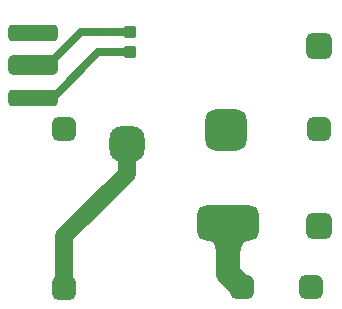
<source format=gtl>
G04 Layer_Physical_Order=1*
G04 Layer_Color=255*
%FSLAX44Y44*%
%MOMM*%
G71*
G01*
G75*
G04:AMPARAMS|DCode=10|XSize=4.2mm|YSize=1.65mm|CornerRadius=0.4125mm|HoleSize=0mm|Usage=FLASHONLY|Rotation=0.000|XOffset=0mm|YOffset=0mm|HoleType=Round|Shape=RoundedRectangle|*
%AMROUNDEDRECTD10*
21,1,4.2000,0.8250,0,0,0.0*
21,1,3.3750,1.6500,0,0,0.0*
1,1,0.8250,1.6875,-0.4125*
1,1,0.8250,-1.6875,-0.4125*
1,1,0.8250,-1.6875,0.4125*
1,1,0.8250,1.6875,0.4125*
%
%ADD10ROUNDEDRECTD10*%
G04:AMPARAMS|DCode=11|XSize=4.2mm|YSize=1.4mm|CornerRadius=0.35mm|HoleSize=0mm|Usage=FLASHONLY|Rotation=0.000|XOffset=0mm|YOffset=0mm|HoleType=Round|Shape=RoundedRectangle|*
%AMROUNDEDRECTD11*
21,1,4.2000,0.7000,0,0,0.0*
21,1,3.5000,1.4000,0,0,0.0*
1,1,0.7000,1.7500,-0.3500*
1,1,0.7000,-1.7500,-0.3500*
1,1,0.7000,-1.7500,0.3500*
1,1,0.7000,1.7500,0.3500*
%
%ADD11ROUNDEDRECTD11*%
G04:AMPARAMS|DCode=12|XSize=1mm|YSize=1.1mm|CornerRadius=0.25mm|HoleSize=0mm|Usage=FLASHONLY|Rotation=270.000|XOffset=0mm|YOffset=0mm|HoleType=Round|Shape=RoundedRectangle|*
%AMROUNDEDRECTD12*
21,1,1.0000,0.6000,0,0,270.0*
21,1,0.5000,1.1000,0,0,270.0*
1,1,0.5000,-0.3000,-0.2500*
1,1,0.5000,-0.3000,0.2500*
1,1,0.5000,0.3000,0.2500*
1,1,0.5000,0.3000,-0.2500*
%
%ADD12ROUNDEDRECTD12*%
G04:AMPARAMS|DCode=13|XSize=5.2mm|YSize=3mm|CornerRadius=0.75mm|HoleSize=0mm|Usage=FLASHONLY|Rotation=0.000|XOffset=0mm|YOffset=0mm|HoleType=Round|Shape=RoundedRectangle|*
%AMROUNDEDRECTD13*
21,1,5.2000,1.5000,0,0,0.0*
21,1,3.7000,3.0000,0,0,0.0*
1,1,1.5000,1.8500,-0.7500*
1,1,1.5000,-1.8500,-0.7500*
1,1,1.5000,-1.8500,0.7500*
1,1,1.5000,1.8500,0.7500*
%
%ADD13ROUNDEDRECTD13*%
G04:AMPARAMS|DCode=14|XSize=3.5mm|YSize=3.5mm|CornerRadius=0.875mm|HoleSize=0mm|Usage=FLASHONLY|Rotation=0.000|XOffset=0mm|YOffset=0mm|HoleType=Round|Shape=RoundedRectangle|*
%AMROUNDEDRECTD14*
21,1,3.5000,1.7500,0,0,0.0*
21,1,1.7500,3.5000,0,0,0.0*
1,1,1.7500,0.8750,-0.8750*
1,1,1.7500,-0.8750,-0.8750*
1,1,1.7500,-0.8750,0.8750*
1,1,1.7500,0.8750,0.8750*
%
%ADD14ROUNDEDRECTD14*%
G04:AMPARAMS|DCode=15|XSize=3mm|YSize=3mm|CornerRadius=1.05mm|HoleSize=0mm|Usage=FLASHONLY|Rotation=0.000|XOffset=0mm|YOffset=0mm|HoleType=Round|Shape=RoundedRectangle|*
%AMROUNDEDRECTD15*
21,1,3.0000,0.9000,0,0,0.0*
21,1,0.9000,3.0000,0,0,0.0*
1,1,2.1000,0.4500,-0.4500*
1,1,2.1000,-0.4500,-0.4500*
1,1,2.1000,-0.4500,0.4500*
1,1,2.1000,0.4500,0.4500*
%
%ADD15ROUNDEDRECTD15*%
%ADD16C,0.7000*%
%ADD17C,1.5000*%
%ADD18C,2.0000*%
%ADD19C,0.5000*%
G04:AMPARAMS|DCode=20|XSize=2mm|YSize=2mm|CornerRadius=0.5mm|HoleSize=0mm|Usage=FLASHONLY|Rotation=0.000|XOffset=0mm|YOffset=0mm|HoleType=Round|Shape=RoundedRectangle|*
%AMROUNDEDRECTD20*
21,1,2.0000,1.0000,0,0,0.0*
21,1,1.0000,2.0000,0,0,0.0*
1,1,1.0000,0.5000,-0.5000*
1,1,1.0000,-0.5000,-0.5000*
1,1,1.0000,-0.5000,0.5000*
1,1,1.0000,0.5000,0.5000*
%
%ADD20ROUNDEDRECTD20*%
G04:AMPARAMS|DCode=21|XSize=2mm|YSize=2mm|CornerRadius=0.5mm|HoleSize=0mm|Usage=FLASHONLY|Rotation=270.000|XOffset=0mm|YOffset=0mm|HoleType=Round|Shape=RoundedRectangle|*
%AMROUNDEDRECTD21*
21,1,2.0000,1.0000,0,0,270.0*
21,1,1.0000,2.0000,0,0,270.0*
1,1,1.0000,-0.5000,-0.5000*
1,1,1.0000,-0.5000,0.5000*
1,1,1.0000,0.5000,0.5000*
1,1,1.0000,0.5000,-0.5000*
%
%ADD21ROUNDEDRECTD21*%
G04:AMPARAMS|DCode=22|XSize=2.2mm|YSize=2.2mm|CornerRadius=0.55mm|HoleSize=0mm|Usage=FLASHONLY|Rotation=270.000|XOffset=0mm|YOffset=0mm|HoleType=Round|Shape=RoundedRectangle|*
%AMROUNDEDRECTD22*
21,1,2.2000,1.1000,0,0,270.0*
21,1,1.1000,2.2000,0,0,270.0*
1,1,1.1000,-0.5500,-0.5500*
1,1,1.1000,-0.5500,0.5500*
1,1,1.1000,0.5500,0.5500*
1,1,1.1000,0.5500,-0.5500*
%
%ADD22ROUNDEDRECTD22*%
G04:AMPARAMS|DCode=23|XSize=2.2mm|YSize=2.2mm|CornerRadius=0.55mm|HoleSize=0mm|Usage=FLASHONLY|Rotation=0.000|XOffset=0mm|YOffset=0mm|HoleType=Round|Shape=RoundedRectangle|*
%AMROUNDEDRECTD23*
21,1,2.2000,1.1000,0,0,0.0*
21,1,1.1000,2.2000,0,0,0.0*
1,1,1.1000,0.5500,-0.5500*
1,1,1.1000,-0.5500,-0.5500*
1,1,1.1000,-0.5500,0.5500*
1,1,1.1000,0.5500,0.5500*
%
%ADD23ROUNDEDRECTD23*%
%ADD24C,0.4000*%
G36*
X205241Y91222D02*
X204137Y90727D01*
X203163Y89900D01*
X202319Y88744D01*
X201604Y87256D01*
X201020Y85439D01*
X200565Y83290D01*
X200240Y80812D01*
X200046Y78003D01*
X199981Y74863D01*
X179981D01*
X179916Y78003D01*
X179396Y83290D01*
X178942Y85439D01*
X178357Y87256D01*
X177643Y88744D01*
X176799Y89900D01*
X175824Y90727D01*
X174720Y91222D01*
X173486Y91388D01*
X206475D01*
X205241Y91222D01*
D02*
G37*
D10*
X25000Y240000D02*
D03*
D11*
Y267500D02*
D03*
Y212500D02*
D03*
D12*
X107000Y251000D02*
D03*
Y268000D02*
D03*
D13*
X190000Y106000D02*
D03*
D14*
X188000Y185000D02*
D03*
D15*
X104000Y173000D02*
D03*
D16*
X39000Y212500D02*
X41500D01*
X25000D02*
X39000D01*
X80000Y251000D02*
X107000D01*
X41500Y212500D02*
X80000Y251000D01*
X38500Y267500D02*
X39000Y268000D01*
X25000Y267500D02*
X38500D01*
X25000Y240000D02*
X37000D01*
X65000Y268000D01*
X107000D01*
D17*
X104000Y148000D02*
Y173000D01*
X51000Y95000D02*
X104000Y148000D01*
X51000Y51000D02*
Y95000D01*
Y51000D02*
X52000Y52000D01*
D18*
X190000Y63500D02*
X201500Y52000D01*
X190000Y63500D02*
Y95000D01*
D19*
X188000Y97000D02*
X190000Y95000D01*
D20*
X267000Y185990D02*
D03*
X260000Y52000D02*
D03*
X51000Y186000D02*
D03*
X201500Y52000D02*
D03*
D21*
X51000Y51000D02*
D03*
D22*
X267000Y256500D02*
D03*
D23*
Y104000D02*
D03*
D24*
X39000Y212500D02*
D03*
Y268000D02*
D03*
X199000Y175000D02*
D03*
M02*

</source>
